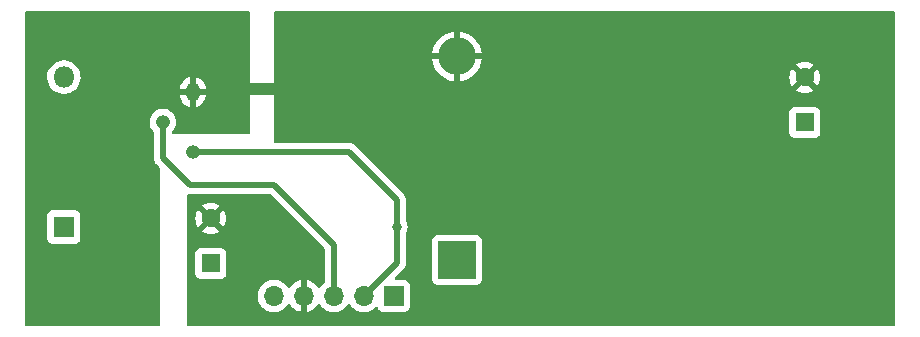
<source format=gbr>
%TF.GenerationSoftware,KiCad,Pcbnew,6.0.2+dfsg-1*%
%TF.CreationDate,2025-02-13T14:12:05+01:00*%
%TF.ProjectId,LM259610,4c4d3235-3936-4313-902e-6b696361645f,rev?*%
%TF.SameCoordinates,Original*%
%TF.FileFunction,Copper,L2,Bot*%
%TF.FilePolarity,Positive*%
%FSLAX46Y46*%
G04 Gerber Fmt 4.6, Leading zero omitted, Abs format (unit mm)*
G04 Created by KiCad (PCBNEW 6.0.2+dfsg-1) date 2025-02-13 14:12:05*
%MOMM*%
%LPD*%
G01*
G04 APERTURE LIST*
%TA.AperFunction,ComponentPad*%
%ADD10O,1.200000X1.600000*%
%TD*%
%TA.AperFunction,ComponentPad*%
%ADD11O,1.200000X1.200000*%
%TD*%
%TA.AperFunction,ComponentPad*%
%ADD12R,1.600000X1.600000*%
%TD*%
%TA.AperFunction,ComponentPad*%
%ADD13C,1.600000*%
%TD*%
%TA.AperFunction,ComponentPad*%
%ADD14R,3.200000X3.200000*%
%TD*%
%TA.AperFunction,ComponentPad*%
%ADD15O,3.200000X3.200000*%
%TD*%
%TA.AperFunction,ComponentPad*%
%ADD16R,1.800000X1.800000*%
%TD*%
%TA.AperFunction,ComponentPad*%
%ADD17O,1.800000X1.800000*%
%TD*%
%TA.AperFunction,ComponentPad*%
%ADD18R,1.700000X1.700000*%
%TD*%
%TA.AperFunction,ComponentPad*%
%ADD19O,1.700000X1.700000*%
%TD*%
%TA.AperFunction,ViaPad*%
%ADD20C,0.800000*%
%TD*%
%TA.AperFunction,Conductor*%
%ADD21C,1.000000*%
%TD*%
%TA.AperFunction,Conductor*%
%ADD22C,0.500000*%
%TD*%
G04 APERTURE END LIST*
D10*
%TO.P,Q1,1,E*%
%TO.N,GND*%
X143764000Y-110998000D03*
D11*
%TO.P,Q1,2,B*%
%TO.N,/Vbe*%
X141224000Y-113538000D03*
%TO.P,Q1,3,C*%
%TO.N,/Vce*%
X143764000Y-116078000D03*
%TD*%
D12*
%TO.P,Cin1,1*%
%TO.N,/Vin*%
X145288000Y-125500651D03*
D13*
%TO.P,Cin1,2*%
%TO.N,GND*%
X145288000Y-121700651D03*
%TD*%
D12*
%TO.P,Cout1,1*%
%TO.N,/+5V*%
X195580000Y-113562651D03*
D13*
%TO.P,Cout1,2*%
%TO.N,GND*%
X195580000Y-109762651D03*
%TD*%
D14*
%TO.P,D1,1,K*%
%TO.N,/Vout*%
X166116000Y-125206000D03*
D15*
%TO.P,D1,2,A*%
%TO.N,GND*%
X166116000Y-107966000D03*
%TD*%
D16*
%TO.P,D2,1,K*%
%TO.N,Net-(D2-Pad1)*%
X132842000Y-122428000D03*
D17*
%TO.P,D2,2,A*%
%TO.N,/Vbe*%
X132842000Y-109728000D03*
%TD*%
D18*
%TO.P,J1,1,Pin_1*%
%TO.N,/+5V*%
X160777000Y-128270000D03*
D19*
%TO.P,J1,2,Pin_2*%
%TO.N,/Vce*%
X158237000Y-128270000D03*
%TO.P,J1,3,Pin_3*%
%TO.N,/Vbe*%
X155697000Y-128270000D03*
%TO.P,J1,4,Pin_4*%
%TO.N,GND*%
X153157000Y-128270000D03*
%TO.P,J1,5,Pin_5*%
%TO.N,/Vin*%
X150617000Y-128270000D03*
%TD*%
D20*
%TO.N,/Vce*%
X161036000Y-122428000D03*
%TD*%
D21*
%TO.N,GND*%
X148082000Y-110744000D02*
X151130000Y-110744000D01*
D22*
%TO.N,/Vbe*%
X143510000Y-118872000D02*
X141224000Y-116586000D01*
X155697000Y-123947000D02*
X150622000Y-118872000D01*
X155697000Y-128270000D02*
X155697000Y-123947000D01*
X141224000Y-116586000D02*
X141224000Y-113538000D01*
X150622000Y-118872000D02*
X143510000Y-118872000D01*
%TO.N,/Vce*%
X161036000Y-122428000D02*
X161036000Y-120142000D01*
X156972000Y-116078000D02*
X143764000Y-116078000D01*
X158237000Y-128270000D02*
X161036000Y-125471000D01*
X161036000Y-120142000D02*
X156972000Y-116078000D01*
X161036000Y-125471000D02*
X161036000Y-122428000D01*
%TD*%
%TA.AperFunction,Conductor*%
%TO.N,GND*%
G36*
X148532121Y-104160002D02*
G01*
X148578614Y-104213658D01*
X148590000Y-104266000D01*
X148590000Y-114428000D01*
X148569998Y-114496121D01*
X148516342Y-114542614D01*
X148464000Y-114554000D01*
X142108500Y-114554000D01*
X142040379Y-114533998D01*
X141993886Y-114480342D01*
X141982500Y-114428000D01*
X141982500Y-114405226D01*
X142002502Y-114337105D01*
X142011626Y-114324657D01*
X142024887Y-114308713D01*
X142141458Y-114168551D01*
X142241004Y-113990799D01*
X142242860Y-113985332D01*
X142242862Y-113985327D01*
X142304634Y-113803352D01*
X142304635Y-113803347D01*
X142306490Y-113797883D01*
X142335723Y-113596263D01*
X142337249Y-113538000D01*
X142318608Y-113335126D01*
X142263307Y-113139047D01*
X142252680Y-113117496D01*
X142175756Y-112961510D01*
X142173201Y-112956329D01*
X142154796Y-112931681D01*
X142054758Y-112797715D01*
X142054758Y-112797714D01*
X142051305Y-112793091D01*
X141901703Y-112654800D01*
X141855675Y-112625759D01*
X141734288Y-112549169D01*
X141734283Y-112549167D01*
X141729404Y-112546088D01*
X141540180Y-112470595D01*
X141340366Y-112430849D01*
X141334592Y-112430773D01*
X141334588Y-112430773D01*
X141231452Y-112429424D01*
X141136655Y-112428183D01*
X141130958Y-112429162D01*
X141130957Y-112429162D01*
X140941567Y-112461705D01*
X140935870Y-112462684D01*
X140744734Y-112533198D01*
X140569649Y-112637363D01*
X140416478Y-112771690D01*
X140412911Y-112776215D01*
X140412906Y-112776220D01*
X140326331Y-112886040D01*
X140290351Y-112931681D01*
X140195492Y-113111978D01*
X140135078Y-113306543D01*
X140111132Y-113508859D01*
X140124457Y-113712151D01*
X140174605Y-113909610D01*
X140259898Y-114094624D01*
X140263231Y-114099340D01*
X140312145Y-114168551D01*
X140377479Y-114260997D01*
X140381621Y-114265032D01*
X140427421Y-114309648D01*
X140462259Y-114371509D01*
X140465500Y-114399902D01*
X140465500Y-116518930D01*
X140464067Y-116537880D01*
X140460801Y-116559349D01*
X140461394Y-116566641D01*
X140461394Y-116566644D01*
X140465085Y-116612018D01*
X140465500Y-116622233D01*
X140465500Y-116630293D01*
X140465925Y-116633937D01*
X140468789Y-116658507D01*
X140469222Y-116662882D01*
X140475140Y-116735637D01*
X140477396Y-116742601D01*
X140478587Y-116748560D01*
X140479971Y-116754415D01*
X140480818Y-116761681D01*
X140505735Y-116830327D01*
X140507152Y-116834455D01*
X140517108Y-116865186D01*
X140529649Y-116903899D01*
X140533445Y-116910154D01*
X140535951Y-116915628D01*
X140538670Y-116921058D01*
X140541167Y-116927937D01*
X140545180Y-116934057D01*
X140545180Y-116934058D01*
X140581186Y-116988976D01*
X140583523Y-116992680D01*
X140621405Y-117055107D01*
X140625121Y-117059315D01*
X140625122Y-117059316D01*
X140628803Y-117063484D01*
X140628776Y-117063508D01*
X140631429Y-117066500D01*
X140634132Y-117069733D01*
X140638144Y-117075852D01*
X140643456Y-117080884D01*
X140694383Y-117129128D01*
X140696825Y-117131506D01*
X140933095Y-117367776D01*
X140967121Y-117430088D01*
X140970000Y-117456871D01*
X140970000Y-130684000D01*
X140949998Y-130752121D01*
X140896342Y-130798614D01*
X140844000Y-130810000D01*
X129666000Y-130810000D01*
X129597879Y-130789998D01*
X129551386Y-130736342D01*
X129540000Y-130684000D01*
X129540000Y-123376134D01*
X131433500Y-123376134D01*
X131440255Y-123438316D01*
X131491385Y-123574705D01*
X131578739Y-123691261D01*
X131695295Y-123778615D01*
X131831684Y-123829745D01*
X131893866Y-123836500D01*
X133790134Y-123836500D01*
X133852316Y-123829745D01*
X133988705Y-123778615D01*
X134105261Y-123691261D01*
X134192615Y-123574705D01*
X134243745Y-123438316D01*
X134250500Y-123376134D01*
X134250500Y-121479866D01*
X134243745Y-121417684D01*
X134192615Y-121281295D01*
X134105261Y-121164739D01*
X133988705Y-121077385D01*
X133852316Y-121026255D01*
X133790134Y-121019500D01*
X131893866Y-121019500D01*
X131831684Y-121026255D01*
X131695295Y-121077385D01*
X131578739Y-121164739D01*
X131491385Y-121281295D01*
X131440255Y-121417684D01*
X131433500Y-121479866D01*
X131433500Y-123376134D01*
X129540000Y-123376134D01*
X129540000Y-111268512D01*
X142657687Y-111268512D01*
X142670471Y-111402494D01*
X142672730Y-111414228D01*
X142728872Y-111605599D01*
X142733302Y-111616675D01*
X142824619Y-111793978D01*
X142831069Y-111804024D01*
X142954262Y-111960857D01*
X142962499Y-111969506D01*
X143113123Y-112100212D01*
X143122847Y-112107147D01*
X143295467Y-112207010D01*
X143306331Y-112211984D01*
X143494727Y-112277407D01*
X143495716Y-112277648D01*
X143506008Y-112276180D01*
X143510000Y-112262615D01*
X143510000Y-112258402D01*
X144018000Y-112258402D01*
X144021973Y-112271933D01*
X144031399Y-112273288D01*
X144120537Y-112251806D01*
X144131832Y-112247917D01*
X144313382Y-112165371D01*
X144323724Y-112159424D01*
X144486397Y-112044032D01*
X144495425Y-112036239D01*
X144633342Y-111892169D01*
X144640738Y-111882804D01*
X144748921Y-111715259D01*
X144754417Y-111704655D01*
X144828961Y-111519688D01*
X144832355Y-111508230D01*
X144870857Y-111311072D01*
X144871934Y-111302209D01*
X144872000Y-111299500D01*
X144872000Y-111270115D01*
X144867525Y-111254876D01*
X144866135Y-111253671D01*
X144858452Y-111252000D01*
X144036115Y-111252000D01*
X144020876Y-111256475D01*
X144019671Y-111257865D01*
X144018000Y-111265548D01*
X144018000Y-112258402D01*
X143510000Y-112258402D01*
X143510000Y-111270115D01*
X143505525Y-111254876D01*
X143504135Y-111253671D01*
X143496452Y-111252000D01*
X142674227Y-111252000D01*
X142659750Y-111256251D01*
X142657687Y-111268512D01*
X129540000Y-111268512D01*
X129540000Y-109693469D01*
X131429095Y-109693469D01*
X131429392Y-109698622D01*
X131429392Y-109698625D01*
X131435067Y-109797041D01*
X131442427Y-109924697D01*
X131443564Y-109929743D01*
X131443565Y-109929749D01*
X131467317Y-110035143D01*
X131493346Y-110150642D01*
X131495288Y-110155424D01*
X131495289Y-110155428D01*
X131578540Y-110360450D01*
X131580484Y-110365237D01*
X131701501Y-110562719D01*
X131853147Y-110737784D01*
X132031349Y-110885730D01*
X132231322Y-111002584D01*
X132447694Y-111085209D01*
X132452760Y-111086240D01*
X132452761Y-111086240D01*
X132505846Y-111097040D01*
X132674656Y-111131385D01*
X132805324Y-111136176D01*
X132900949Y-111139683D01*
X132900953Y-111139683D01*
X132906113Y-111139872D01*
X132911233Y-111139216D01*
X132911235Y-111139216D01*
X132984270Y-111129860D01*
X133135847Y-111110442D01*
X133140795Y-111108957D01*
X133140802Y-111108956D01*
X133352747Y-111045369D01*
X133357690Y-111043886D01*
X133438236Y-111004427D01*
X133561049Y-110944262D01*
X133561052Y-110944260D01*
X133565684Y-110941991D01*
X133754243Y-110807494D01*
X133836137Y-110725885D01*
X142656000Y-110725885D01*
X142660475Y-110741124D01*
X142661865Y-110742329D01*
X142669548Y-110744000D01*
X143491885Y-110744000D01*
X143507124Y-110739525D01*
X143508329Y-110738135D01*
X143510000Y-110730452D01*
X143510000Y-110725885D01*
X144018000Y-110725885D01*
X144022475Y-110741124D01*
X144023865Y-110742329D01*
X144031548Y-110744000D01*
X144853773Y-110744000D01*
X144868250Y-110739749D01*
X144870313Y-110727488D01*
X144857529Y-110593506D01*
X144855270Y-110581772D01*
X144799128Y-110390401D01*
X144794698Y-110379325D01*
X144703381Y-110202022D01*
X144696931Y-110191976D01*
X144573738Y-110035143D01*
X144565501Y-110026494D01*
X144414877Y-109895788D01*
X144405153Y-109888853D01*
X144232533Y-109788990D01*
X144221669Y-109784016D01*
X144033273Y-109718593D01*
X144032284Y-109718352D01*
X144021992Y-109719820D01*
X144018000Y-109733385D01*
X144018000Y-110725885D01*
X143510000Y-110725885D01*
X143510000Y-109737598D01*
X143506027Y-109724067D01*
X143496601Y-109722712D01*
X143407463Y-109744194D01*
X143396168Y-109748083D01*
X143214618Y-109830629D01*
X143204276Y-109836576D01*
X143041603Y-109951968D01*
X143032575Y-109959761D01*
X142894658Y-110103831D01*
X142887262Y-110113196D01*
X142779079Y-110280741D01*
X142773583Y-110291345D01*
X142699039Y-110476312D01*
X142695645Y-110487770D01*
X142657143Y-110684928D01*
X142656066Y-110693791D01*
X142656000Y-110696500D01*
X142656000Y-110725885D01*
X133836137Y-110725885D01*
X133918303Y-110644005D01*
X134053458Y-110455917D01*
X134100641Y-110360450D01*
X134153784Y-110252922D01*
X134153785Y-110252920D01*
X134156078Y-110248280D01*
X134223408Y-110026671D01*
X134253640Y-109797041D01*
X134254836Y-109748083D01*
X134255245Y-109731365D01*
X134255245Y-109731361D01*
X134255327Y-109728000D01*
X134249032Y-109651434D01*
X134236773Y-109502318D01*
X134236772Y-109502312D01*
X134236349Y-109497167D01*
X134179925Y-109272533D01*
X134177866Y-109267797D01*
X134089630Y-109064868D01*
X134089628Y-109064865D01*
X134087570Y-109060131D01*
X133961764Y-108865665D01*
X133805887Y-108694358D01*
X133801836Y-108691159D01*
X133801832Y-108691155D01*
X133628177Y-108554011D01*
X133628172Y-108554008D01*
X133624123Y-108550810D01*
X133619607Y-108548317D01*
X133619604Y-108548315D01*
X133425879Y-108441373D01*
X133425875Y-108441371D01*
X133421355Y-108438876D01*
X133416486Y-108437152D01*
X133416482Y-108437150D01*
X133207903Y-108363288D01*
X133207899Y-108363287D01*
X133203028Y-108361562D01*
X133197935Y-108360655D01*
X133197932Y-108360654D01*
X132980095Y-108321851D01*
X132980089Y-108321850D01*
X132975006Y-108320945D01*
X132902096Y-108320054D01*
X132748581Y-108318179D01*
X132748579Y-108318179D01*
X132743411Y-108318116D01*
X132514464Y-108353150D01*
X132294314Y-108425106D01*
X132289726Y-108427494D01*
X132289722Y-108427496D01*
X132263065Y-108441373D01*
X132088872Y-108532052D01*
X132084739Y-108535155D01*
X132084736Y-108535157D01*
X132059625Y-108554011D01*
X131903655Y-108671117D01*
X131743639Y-108838564D01*
X131740725Y-108842836D01*
X131740724Y-108842837D01*
X131725152Y-108865665D01*
X131613119Y-109029899D01*
X131515602Y-109239981D01*
X131453707Y-109463169D01*
X131429095Y-109693469D01*
X129540000Y-109693469D01*
X129540000Y-104266000D01*
X129560002Y-104197879D01*
X129613658Y-104151386D01*
X129666000Y-104140000D01*
X148464000Y-104140000D01*
X148532121Y-104160002D01*
G37*
%TD.AperFunction*%
%TD*%
%TA.AperFunction,Conductor*%
%TO.N,GND*%
G36*
X203142121Y-104160002D02*
G01*
X203188614Y-104213658D01*
X203200000Y-104266000D01*
X203200000Y-130684000D01*
X203179998Y-130752121D01*
X203126342Y-130798614D01*
X203074000Y-130810000D01*
X143382000Y-130810000D01*
X143313879Y-130789998D01*
X143267386Y-130736342D01*
X143256000Y-130684000D01*
X143256000Y-128236695D01*
X149254251Y-128236695D01*
X149267110Y-128459715D01*
X149268247Y-128464761D01*
X149268248Y-128464767D01*
X149289275Y-128558069D01*
X149316222Y-128677639D01*
X149400266Y-128884616D01*
X149437685Y-128945678D01*
X149514291Y-129070688D01*
X149516987Y-129075088D01*
X149663250Y-129243938D01*
X149835126Y-129386632D01*
X150028000Y-129499338D01*
X150236692Y-129579030D01*
X150241760Y-129580061D01*
X150241763Y-129580062D01*
X150336862Y-129599410D01*
X150455597Y-129623567D01*
X150460772Y-129623757D01*
X150460774Y-129623757D01*
X150673673Y-129631564D01*
X150673677Y-129631564D01*
X150678837Y-129631753D01*
X150683957Y-129631097D01*
X150683959Y-129631097D01*
X150895288Y-129604025D01*
X150895289Y-129604025D01*
X150900416Y-129603368D01*
X150905366Y-129601883D01*
X151109429Y-129540661D01*
X151109434Y-129540659D01*
X151114384Y-129539174D01*
X151314994Y-129440896D01*
X151496860Y-129311173D01*
X151655096Y-129153489D01*
X151714594Y-129070689D01*
X151785453Y-128972077D01*
X151786640Y-128972930D01*
X151833960Y-128929362D01*
X151903897Y-128917145D01*
X151969338Y-128944678D01*
X151997166Y-128976511D01*
X152054694Y-129070388D01*
X152060777Y-129078699D01*
X152200213Y-129239667D01*
X152207580Y-129246883D01*
X152371434Y-129382916D01*
X152379881Y-129388831D01*
X152563756Y-129496279D01*
X152573042Y-129500729D01*
X152772001Y-129576703D01*
X152781899Y-129579579D01*
X152885250Y-129600606D01*
X152899299Y-129599410D01*
X152903000Y-129589065D01*
X152903000Y-126953102D01*
X152899082Y-126939758D01*
X152884806Y-126937771D01*
X152846324Y-126943660D01*
X152836288Y-126946051D01*
X152633868Y-127012212D01*
X152624359Y-127016209D01*
X152435463Y-127114542D01*
X152426738Y-127120036D01*
X152256433Y-127247905D01*
X152248726Y-127254748D01*
X152101590Y-127408717D01*
X152095109Y-127416722D01*
X151990498Y-127570074D01*
X151935587Y-127615076D01*
X151865062Y-127623247D01*
X151801315Y-127591993D01*
X151780618Y-127567509D01*
X151699822Y-127442617D01*
X151699820Y-127442614D01*
X151697014Y-127438277D01*
X151546670Y-127273051D01*
X151542619Y-127269852D01*
X151542615Y-127269848D01*
X151375414Y-127137800D01*
X151375410Y-127137798D01*
X151371359Y-127134598D01*
X151335028Y-127114542D01*
X151319136Y-127105769D01*
X151175789Y-127026638D01*
X151170920Y-127024914D01*
X151170916Y-127024912D01*
X150970087Y-126953795D01*
X150970083Y-126953794D01*
X150965212Y-126952069D01*
X150960119Y-126951162D01*
X150960116Y-126951161D01*
X150750373Y-126913800D01*
X150750367Y-126913799D01*
X150745284Y-126912894D01*
X150671452Y-126911992D01*
X150527081Y-126910228D01*
X150527079Y-126910228D01*
X150521911Y-126910165D01*
X150301091Y-126943955D01*
X150088756Y-127013357D01*
X149890607Y-127116507D01*
X149886474Y-127119610D01*
X149886471Y-127119612D01*
X149716100Y-127247530D01*
X149711965Y-127250635D01*
X149557629Y-127412138D01*
X149431743Y-127596680D01*
X149337688Y-127799305D01*
X149277989Y-128014570D01*
X149254251Y-128236695D01*
X143256000Y-128236695D01*
X143256000Y-126348785D01*
X143979500Y-126348785D01*
X143986255Y-126410967D01*
X144037385Y-126547356D01*
X144124739Y-126663912D01*
X144241295Y-126751266D01*
X144377684Y-126802396D01*
X144439866Y-126809151D01*
X146136134Y-126809151D01*
X146198316Y-126802396D01*
X146334705Y-126751266D01*
X146451261Y-126663912D01*
X146538615Y-126547356D01*
X146589745Y-126410967D01*
X146596500Y-126348785D01*
X146596500Y-124652517D01*
X146589745Y-124590335D01*
X146538615Y-124453946D01*
X146451261Y-124337390D01*
X146334705Y-124250036D01*
X146198316Y-124198906D01*
X146136134Y-124192151D01*
X144439866Y-124192151D01*
X144377684Y-124198906D01*
X144241295Y-124250036D01*
X144124739Y-124337390D01*
X144037385Y-124453946D01*
X143986255Y-124590335D01*
X143979500Y-124652517D01*
X143979500Y-126348785D01*
X143256000Y-126348785D01*
X143256000Y-122786713D01*
X144566493Y-122786713D01*
X144575789Y-122798728D01*
X144626994Y-122834582D01*
X144636489Y-122840065D01*
X144833947Y-122932141D01*
X144844239Y-122935887D01*
X145054688Y-122992276D01*
X145065481Y-122994179D01*
X145282525Y-123013168D01*
X145293475Y-123013168D01*
X145510519Y-122994179D01*
X145521312Y-122992276D01*
X145731761Y-122935887D01*
X145742053Y-122932141D01*
X145939511Y-122840065D01*
X145949006Y-122834582D01*
X146001048Y-122798142D01*
X146009424Y-122787663D01*
X146002356Y-122774217D01*
X145300812Y-122072673D01*
X145286868Y-122065059D01*
X145285035Y-122065190D01*
X145278420Y-122069441D01*
X144572923Y-122774938D01*
X144566493Y-122786713D01*
X143256000Y-122786713D01*
X143256000Y-121706126D01*
X143975483Y-121706126D01*
X143994472Y-121923170D01*
X143996375Y-121933963D01*
X144052764Y-122144412D01*
X144056510Y-122154704D01*
X144148586Y-122352162D01*
X144154069Y-122361657D01*
X144190509Y-122413699D01*
X144200988Y-122422075D01*
X144214434Y-122415007D01*
X144915978Y-121713463D01*
X144922356Y-121701783D01*
X145652408Y-121701783D01*
X145652539Y-121703616D01*
X145656790Y-121710231D01*
X146362287Y-122415728D01*
X146374062Y-122422158D01*
X146386077Y-122412862D01*
X146421931Y-122361657D01*
X146427414Y-122352162D01*
X146519490Y-122154704D01*
X146523236Y-122144412D01*
X146579625Y-121933963D01*
X146581528Y-121923170D01*
X146600517Y-121706126D01*
X146600517Y-121695176D01*
X146581528Y-121478132D01*
X146579625Y-121467339D01*
X146523236Y-121256890D01*
X146519490Y-121246598D01*
X146427414Y-121049140D01*
X146421931Y-121039645D01*
X146385491Y-120987603D01*
X146375012Y-120979227D01*
X146361566Y-120986295D01*
X145660022Y-121687839D01*
X145652408Y-121701783D01*
X144922356Y-121701783D01*
X144923592Y-121699519D01*
X144923461Y-121697686D01*
X144919210Y-121691071D01*
X144213713Y-120985574D01*
X144201938Y-120979144D01*
X144189923Y-120988440D01*
X144154069Y-121039645D01*
X144148586Y-121049140D01*
X144056510Y-121246598D01*
X144052764Y-121256890D01*
X143996375Y-121467339D01*
X143994472Y-121478132D01*
X143975483Y-121695176D01*
X143975483Y-121706126D01*
X143256000Y-121706126D01*
X143256000Y-120613639D01*
X144566576Y-120613639D01*
X144573644Y-120627085D01*
X145275188Y-121328629D01*
X145289132Y-121336243D01*
X145290965Y-121336112D01*
X145297580Y-121331861D01*
X146003077Y-120626364D01*
X146009507Y-120614589D01*
X146000211Y-120602574D01*
X145949006Y-120566720D01*
X145939511Y-120561237D01*
X145742053Y-120469161D01*
X145731761Y-120465415D01*
X145521312Y-120409026D01*
X145510519Y-120407123D01*
X145293475Y-120388134D01*
X145282525Y-120388134D01*
X145065481Y-120407123D01*
X145054688Y-120409026D01*
X144844239Y-120465415D01*
X144833947Y-120469161D01*
X144636489Y-120561237D01*
X144626994Y-120566720D01*
X144574952Y-120603160D01*
X144566576Y-120613639D01*
X143256000Y-120613639D01*
X143256000Y-119760000D01*
X143276002Y-119691879D01*
X143329658Y-119645386D01*
X143382000Y-119634000D01*
X150259129Y-119634000D01*
X150327250Y-119654002D01*
X150348224Y-119670905D01*
X154901595Y-124224275D01*
X154935621Y-124286587D01*
X154938500Y-124313370D01*
X154938500Y-127077655D01*
X154918498Y-127145776D01*
X154888153Y-127178415D01*
X154883774Y-127181703D01*
X154791965Y-127250635D01*
X154637629Y-127412138D01*
X154530204Y-127569618D01*
X154529898Y-127570066D01*
X154474987Y-127615069D01*
X154404462Y-127623240D01*
X154340715Y-127591986D01*
X154320018Y-127567502D01*
X154239426Y-127442926D01*
X154233136Y-127434757D01*
X154089806Y-127277240D01*
X154082273Y-127270215D01*
X153915139Y-127138222D01*
X153906552Y-127132517D01*
X153720117Y-127029599D01*
X153710705Y-127025369D01*
X153509959Y-126954280D01*
X153499988Y-126951646D01*
X153428837Y-126938972D01*
X153415540Y-126940432D01*
X153411000Y-126954989D01*
X153411000Y-129588517D01*
X153415064Y-129602359D01*
X153428478Y-129604393D01*
X153435184Y-129603534D01*
X153445262Y-129601392D01*
X153649255Y-129540191D01*
X153658842Y-129536433D01*
X153850095Y-129442739D01*
X153858945Y-129437464D01*
X154032328Y-129313792D01*
X154040200Y-129307139D01*
X154191052Y-129156812D01*
X154197730Y-129148965D01*
X154325022Y-128971819D01*
X154326279Y-128972722D01*
X154373373Y-128929362D01*
X154443311Y-128917145D01*
X154508751Y-128944678D01*
X154536579Y-128976511D01*
X154596987Y-129075088D01*
X154743250Y-129243938D01*
X154915126Y-129386632D01*
X155108000Y-129499338D01*
X155316692Y-129579030D01*
X155321760Y-129580061D01*
X155321763Y-129580062D01*
X155416862Y-129599410D01*
X155535597Y-129623567D01*
X155540772Y-129623757D01*
X155540774Y-129623757D01*
X155753673Y-129631564D01*
X155753677Y-129631564D01*
X155758837Y-129631753D01*
X155763957Y-129631097D01*
X155763959Y-129631097D01*
X155975288Y-129604025D01*
X155975289Y-129604025D01*
X155980416Y-129603368D01*
X155985366Y-129601883D01*
X156189429Y-129540661D01*
X156189434Y-129540659D01*
X156194384Y-129539174D01*
X156394994Y-129440896D01*
X156576860Y-129311173D01*
X156735096Y-129153489D01*
X156794594Y-129070689D01*
X156865453Y-128972077D01*
X156866776Y-128973028D01*
X156913645Y-128929857D01*
X156983580Y-128917625D01*
X157049026Y-128945144D01*
X157076875Y-128976994D01*
X157136987Y-129075088D01*
X157283250Y-129243938D01*
X157455126Y-129386632D01*
X157648000Y-129499338D01*
X157856692Y-129579030D01*
X157861760Y-129580061D01*
X157861763Y-129580062D01*
X157956862Y-129599410D01*
X158075597Y-129623567D01*
X158080772Y-129623757D01*
X158080774Y-129623757D01*
X158293673Y-129631564D01*
X158293677Y-129631564D01*
X158298837Y-129631753D01*
X158303957Y-129631097D01*
X158303959Y-129631097D01*
X158515288Y-129604025D01*
X158515289Y-129604025D01*
X158520416Y-129603368D01*
X158525366Y-129601883D01*
X158729429Y-129540661D01*
X158729434Y-129540659D01*
X158734384Y-129539174D01*
X158934994Y-129440896D01*
X159116860Y-129311173D01*
X159225091Y-129203319D01*
X159287462Y-129169404D01*
X159358268Y-129174592D01*
X159415030Y-129217238D01*
X159432012Y-129248341D01*
X159476385Y-129366705D01*
X159563739Y-129483261D01*
X159680295Y-129570615D01*
X159816684Y-129621745D01*
X159878866Y-129628500D01*
X161675134Y-129628500D01*
X161737316Y-129621745D01*
X161873705Y-129570615D01*
X161990261Y-129483261D01*
X162077615Y-129366705D01*
X162128745Y-129230316D01*
X162135500Y-129168134D01*
X162135500Y-127371866D01*
X162128745Y-127309684D01*
X162077615Y-127173295D01*
X161990261Y-127056739D01*
X161873705Y-126969385D01*
X161737316Y-126918255D01*
X161675134Y-126911500D01*
X160972371Y-126911500D01*
X160904250Y-126891498D01*
X160871874Y-126854134D01*
X164007500Y-126854134D01*
X164014255Y-126916316D01*
X164065385Y-127052705D01*
X164152739Y-127169261D01*
X164269295Y-127256615D01*
X164405684Y-127307745D01*
X164467866Y-127314500D01*
X167764134Y-127314500D01*
X167826316Y-127307745D01*
X167962705Y-127256615D01*
X168079261Y-127169261D01*
X168166615Y-127052705D01*
X168217745Y-126916316D01*
X168224500Y-126854134D01*
X168224500Y-123557866D01*
X168217745Y-123495684D01*
X168166615Y-123359295D01*
X168079261Y-123242739D01*
X167962705Y-123155385D01*
X167826316Y-123104255D01*
X167764134Y-123097500D01*
X164467866Y-123097500D01*
X164405684Y-123104255D01*
X164269295Y-123155385D01*
X164152739Y-123242739D01*
X164065385Y-123359295D01*
X164014255Y-123495684D01*
X164007500Y-123557866D01*
X164007500Y-126854134D01*
X160871874Y-126854134D01*
X160857757Y-126837842D01*
X160847653Y-126767568D01*
X160877147Y-126702988D01*
X160883276Y-126696405D01*
X161524911Y-126054770D01*
X161539323Y-126042384D01*
X161550918Y-126033851D01*
X161550923Y-126033846D01*
X161556818Y-126029508D01*
X161561557Y-126023930D01*
X161561560Y-126023927D01*
X161591035Y-125989232D01*
X161597965Y-125981716D01*
X161603661Y-125976020D01*
X161605924Y-125973159D01*
X161605929Y-125973154D01*
X161621293Y-125953734D01*
X161624082Y-125950333D01*
X161625743Y-125948378D01*
X161671333Y-125894715D01*
X161674659Y-125888202D01*
X161678020Y-125883163D01*
X161681196Y-125878021D01*
X161685734Y-125872284D01*
X161716655Y-125806125D01*
X161718561Y-125802225D01*
X161751769Y-125737192D01*
X161753508Y-125730083D01*
X161755604Y-125724449D01*
X161757523Y-125718679D01*
X161760622Y-125712050D01*
X161775491Y-125640565D01*
X161776461Y-125636282D01*
X161792473Y-125570844D01*
X161793808Y-125565390D01*
X161794500Y-125554236D01*
X161794535Y-125554238D01*
X161794775Y-125550266D01*
X161795152Y-125546045D01*
X161796641Y-125538885D01*
X161794546Y-125461458D01*
X161794500Y-125458050D01*
X161794500Y-122964999D01*
X161811381Y-122901999D01*
X161867223Y-122805279D01*
X161867224Y-122805278D01*
X161870527Y-122799556D01*
X161929542Y-122617928D01*
X161949504Y-122428000D01*
X161929542Y-122238072D01*
X161870527Y-122056444D01*
X161811381Y-121954000D01*
X161794500Y-121891001D01*
X161794500Y-120209070D01*
X161795933Y-120190120D01*
X161798099Y-120175885D01*
X161798099Y-120175881D01*
X161799199Y-120168651D01*
X161794915Y-120115982D01*
X161794500Y-120105767D01*
X161794500Y-120097707D01*
X161791209Y-120069480D01*
X161790778Y-120065121D01*
X161785453Y-119999660D01*
X161784860Y-119992364D01*
X161782605Y-119985403D01*
X161781418Y-119979463D01*
X161780029Y-119973588D01*
X161779182Y-119966319D01*
X161754264Y-119897670D01*
X161752847Y-119893542D01*
X161732607Y-119831064D01*
X161732606Y-119831062D01*
X161730351Y-119824101D01*
X161726555Y-119817846D01*
X161724049Y-119812372D01*
X161721330Y-119806942D01*
X161718833Y-119800063D01*
X161714820Y-119793942D01*
X161678814Y-119739024D01*
X161676467Y-119735305D01*
X161638595Y-119672893D01*
X161631197Y-119664516D01*
X161631224Y-119664492D01*
X161628571Y-119661500D01*
X161625868Y-119658267D01*
X161621856Y-119652148D01*
X161565617Y-119598872D01*
X161563175Y-119596494D01*
X157555770Y-115589089D01*
X157543384Y-115574677D01*
X157534851Y-115563082D01*
X157534846Y-115563077D01*
X157530508Y-115557182D01*
X157524930Y-115552443D01*
X157524927Y-115552440D01*
X157490232Y-115522965D01*
X157482716Y-115516035D01*
X157477021Y-115510340D01*
X157470880Y-115505482D01*
X157454749Y-115492719D01*
X157451345Y-115489928D01*
X157401297Y-115447409D01*
X157401295Y-115447408D01*
X157395715Y-115442667D01*
X157389199Y-115439339D01*
X157384150Y-115435972D01*
X157379021Y-115432805D01*
X157373284Y-115428266D01*
X157307125Y-115397345D01*
X157303225Y-115395439D01*
X157238192Y-115362231D01*
X157231084Y-115360492D01*
X157225441Y-115358393D01*
X157219678Y-115356476D01*
X157213050Y-115353378D01*
X157141583Y-115338513D01*
X157137299Y-115337543D01*
X157066390Y-115320192D01*
X157060788Y-115319844D01*
X157060785Y-115319844D01*
X157055236Y-115319500D01*
X157055238Y-115319464D01*
X157051245Y-115319225D01*
X157047053Y-115318851D01*
X157039885Y-115317360D01*
X156973675Y-115319151D01*
X156962479Y-115319454D01*
X156959072Y-115319500D01*
X150748000Y-115319500D01*
X150679879Y-115299498D01*
X150633386Y-115245842D01*
X150622000Y-115193500D01*
X150622000Y-114410785D01*
X194271500Y-114410785D01*
X194278255Y-114472967D01*
X194329385Y-114609356D01*
X194416739Y-114725912D01*
X194533295Y-114813266D01*
X194669684Y-114864396D01*
X194731866Y-114871151D01*
X196428134Y-114871151D01*
X196490316Y-114864396D01*
X196626705Y-114813266D01*
X196743261Y-114725912D01*
X196830615Y-114609356D01*
X196881745Y-114472967D01*
X196888500Y-114410785D01*
X196888500Y-112714517D01*
X196881745Y-112652335D01*
X196830615Y-112515946D01*
X196743261Y-112399390D01*
X196626705Y-112312036D01*
X196490316Y-112260906D01*
X196428134Y-112254151D01*
X194731866Y-112254151D01*
X194669684Y-112260906D01*
X194533295Y-112312036D01*
X194416739Y-112399390D01*
X194329385Y-112515946D01*
X194278255Y-112652335D01*
X194271500Y-112714517D01*
X194271500Y-114410785D01*
X150622000Y-114410785D01*
X150622000Y-110848713D01*
X194858493Y-110848713D01*
X194867789Y-110860728D01*
X194918994Y-110896582D01*
X194928489Y-110902065D01*
X195125947Y-110994141D01*
X195136239Y-110997887D01*
X195346688Y-111054276D01*
X195357481Y-111056179D01*
X195574525Y-111075168D01*
X195585475Y-111075168D01*
X195802519Y-111056179D01*
X195813312Y-111054276D01*
X196023761Y-110997887D01*
X196034053Y-110994141D01*
X196231511Y-110902065D01*
X196241006Y-110896582D01*
X196293048Y-110860142D01*
X196301424Y-110849663D01*
X196294356Y-110836217D01*
X195592812Y-110134673D01*
X195578868Y-110127059D01*
X195577035Y-110127190D01*
X195570420Y-110131441D01*
X194864923Y-110836938D01*
X194858493Y-110848713D01*
X150622000Y-110848713D01*
X150622000Y-108233429D01*
X164020359Y-108233429D01*
X164020562Y-108235034D01*
X164074246Y-108508664D01*
X164076457Y-108516916D01*
X164166782Y-108780736D01*
X164170097Y-108788621D01*
X164295389Y-109037736D01*
X164299745Y-109045102D01*
X164457687Y-109274907D01*
X164462995Y-109281605D01*
X164650670Y-109487858D01*
X164656841Y-109493775D01*
X164870761Y-109672641D01*
X164877693Y-109677676D01*
X165113895Y-109825846D01*
X165121446Y-109829895D01*
X165375581Y-109944640D01*
X165383612Y-109947627D01*
X165650967Y-110026822D01*
X165659318Y-110028689D01*
X165844090Y-110056962D01*
X165857877Y-110055107D01*
X165862000Y-110041298D01*
X165862000Y-110040560D01*
X166370000Y-110040560D01*
X166374105Y-110054542D01*
X166387271Y-110056585D01*
X166507658Y-110042016D01*
X166516075Y-110040411D01*
X166785786Y-109969654D01*
X166793902Y-109966923D01*
X167051521Y-109860213D01*
X167059183Y-109856410D01*
X167210263Y-109768126D01*
X194267483Y-109768126D01*
X194286472Y-109985170D01*
X194288375Y-109995963D01*
X194344764Y-110206412D01*
X194348510Y-110216704D01*
X194440586Y-110414162D01*
X194446069Y-110423657D01*
X194482509Y-110475699D01*
X194492988Y-110484075D01*
X194506434Y-110477007D01*
X195207978Y-109775463D01*
X195214356Y-109763783D01*
X195944408Y-109763783D01*
X195944539Y-109765616D01*
X195948790Y-109772231D01*
X196654287Y-110477728D01*
X196666062Y-110484158D01*
X196678077Y-110474862D01*
X196713931Y-110423657D01*
X196719414Y-110414162D01*
X196811490Y-110216704D01*
X196815236Y-110206412D01*
X196871625Y-109995963D01*
X196873528Y-109985170D01*
X196892517Y-109768126D01*
X196892517Y-109757176D01*
X196873528Y-109540132D01*
X196871625Y-109529339D01*
X196815236Y-109318890D01*
X196811490Y-109308598D01*
X196719414Y-109111140D01*
X196713931Y-109101645D01*
X196677491Y-109049603D01*
X196667012Y-109041227D01*
X196653566Y-109048295D01*
X195952022Y-109749839D01*
X195944408Y-109763783D01*
X195214356Y-109763783D01*
X195215592Y-109761519D01*
X195215461Y-109759686D01*
X195211210Y-109753071D01*
X194505713Y-109047574D01*
X194493938Y-109041144D01*
X194481923Y-109050440D01*
X194446069Y-109101645D01*
X194440586Y-109111140D01*
X194348510Y-109308598D01*
X194344764Y-109318890D01*
X194288375Y-109529339D01*
X194286472Y-109540132D01*
X194267483Y-109757176D01*
X194267483Y-109768126D01*
X167210263Y-109768126D01*
X167299943Y-109715721D01*
X167307008Y-109710920D01*
X167526451Y-109538854D01*
X167532807Y-109533131D01*
X167726861Y-109332882D01*
X167732381Y-109326351D01*
X167897464Y-109101617D01*
X167902048Y-109094393D01*
X168035099Y-108849346D01*
X168038667Y-108841553D01*
X168101361Y-108675639D01*
X194858576Y-108675639D01*
X194865644Y-108689085D01*
X195567188Y-109390629D01*
X195581132Y-109398243D01*
X195582965Y-109398112D01*
X195589580Y-109393861D01*
X196295077Y-108688364D01*
X196301507Y-108676589D01*
X196292211Y-108664574D01*
X196241006Y-108628720D01*
X196231511Y-108623237D01*
X196034053Y-108531161D01*
X196023761Y-108527415D01*
X195813312Y-108471026D01*
X195802519Y-108469123D01*
X195585475Y-108450134D01*
X195574525Y-108450134D01*
X195357481Y-108469123D01*
X195346688Y-108471026D01*
X195136239Y-108527415D01*
X195125947Y-108531161D01*
X194928489Y-108623237D01*
X194918994Y-108628720D01*
X194866952Y-108665160D01*
X194858576Y-108675639D01*
X168101361Y-108675639D01*
X168137227Y-108580721D01*
X168139704Y-108572515D01*
X168201953Y-108300720D01*
X168203294Y-108292257D01*
X168208132Y-108238044D01*
X168205161Y-108223125D01*
X168193354Y-108220000D01*
X166388115Y-108220000D01*
X166372876Y-108224475D01*
X166371671Y-108225865D01*
X166370000Y-108233548D01*
X166370000Y-110040560D01*
X165862000Y-110040560D01*
X165862000Y-108238115D01*
X165857525Y-108222876D01*
X165856135Y-108221671D01*
X165848452Y-108220000D01*
X164037226Y-108220000D01*
X164022041Y-108224459D01*
X164020359Y-108233429D01*
X150622000Y-108233429D01*
X150622000Y-107693942D01*
X164022860Y-107693942D01*
X164026030Y-107709031D01*
X164037493Y-107712000D01*
X165843885Y-107712000D01*
X165859124Y-107707525D01*
X165860329Y-107706135D01*
X165862000Y-107698452D01*
X165862000Y-107693885D01*
X166370000Y-107693885D01*
X166374475Y-107709124D01*
X166375865Y-107710329D01*
X166383548Y-107712000D01*
X168193495Y-107712000D01*
X168208486Y-107707598D01*
X168210541Y-107696315D01*
X168209669Y-107683519D01*
X168208508Y-107675047D01*
X168151962Y-107401998D01*
X168149658Y-107393744D01*
X168056579Y-107130897D01*
X168053183Y-107123049D01*
X167925286Y-106875254D01*
X167920858Y-106867942D01*
X167760515Y-106639798D01*
X167755133Y-106633152D01*
X167565318Y-106428886D01*
X167559078Y-106423027D01*
X167343296Y-106246411D01*
X167336324Y-106241456D01*
X167098560Y-106095754D01*
X167090990Y-106091796D01*
X166835657Y-105979714D01*
X166827597Y-105976812D01*
X166559432Y-105900424D01*
X166551054Y-105898642D01*
X166387935Y-105875427D01*
X166373949Y-105877458D01*
X166370000Y-105890943D01*
X166370000Y-107693885D01*
X165862000Y-107693885D01*
X165862000Y-105891332D01*
X165857956Y-105877561D01*
X165844417Y-105875532D01*
X165702621Y-105894200D01*
X165694223Y-105895893D01*
X165425274Y-105969469D01*
X165417179Y-105972288D01*
X165160694Y-106081688D01*
X165153071Y-106085572D01*
X164913806Y-106228768D01*
X164906777Y-106233653D01*
X164689153Y-106408004D01*
X164682864Y-106413787D01*
X164490913Y-106616061D01*
X164485460Y-106622654D01*
X164322747Y-106849092D01*
X164318230Y-106856377D01*
X164187757Y-107102799D01*
X164184271Y-107110627D01*
X164088446Y-107372481D01*
X164086057Y-107380704D01*
X164026654Y-107653151D01*
X164025405Y-107661607D01*
X164022860Y-107693942D01*
X150622000Y-107693942D01*
X150622000Y-104266000D01*
X150642002Y-104197879D01*
X150695658Y-104151386D01*
X150748000Y-104140000D01*
X203074000Y-104140000D01*
X203142121Y-104160002D01*
G37*
%TD.AperFunction*%
%TD*%
M02*

</source>
